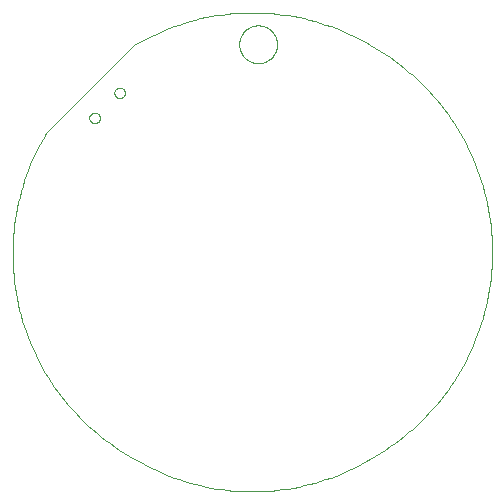
<source format=gko>
G75*
%MOIN*%
%OFA0B0*%
%FSLAX25Y25*%
%IPPOS*%
%LPD*%
%AMOC8*
5,1,8,0,0,1.08239X$1,22.5*
%
%ADD10C,0.00000*%
%ADD11C,0.00394*%
D10*
X0029601Y0125683D02*
X0029603Y0125767D01*
X0029609Y0125850D01*
X0029619Y0125933D01*
X0029633Y0126016D01*
X0029650Y0126098D01*
X0029672Y0126179D01*
X0029697Y0126258D01*
X0029726Y0126337D01*
X0029759Y0126414D01*
X0029795Y0126489D01*
X0029835Y0126563D01*
X0029878Y0126635D01*
X0029925Y0126704D01*
X0029975Y0126771D01*
X0030028Y0126836D01*
X0030084Y0126898D01*
X0030142Y0126958D01*
X0030204Y0127015D01*
X0030268Y0127068D01*
X0030335Y0127119D01*
X0030404Y0127166D01*
X0030475Y0127211D01*
X0030548Y0127251D01*
X0030623Y0127288D01*
X0030700Y0127322D01*
X0030778Y0127352D01*
X0030857Y0127378D01*
X0030938Y0127401D01*
X0031020Y0127419D01*
X0031102Y0127434D01*
X0031185Y0127445D01*
X0031268Y0127452D01*
X0031352Y0127455D01*
X0031436Y0127454D01*
X0031519Y0127449D01*
X0031603Y0127440D01*
X0031685Y0127427D01*
X0031767Y0127411D01*
X0031848Y0127390D01*
X0031929Y0127366D01*
X0032007Y0127338D01*
X0032085Y0127306D01*
X0032161Y0127270D01*
X0032235Y0127231D01*
X0032307Y0127189D01*
X0032377Y0127143D01*
X0032445Y0127094D01*
X0032510Y0127042D01*
X0032573Y0126987D01*
X0032633Y0126929D01*
X0032691Y0126868D01*
X0032745Y0126804D01*
X0032797Y0126738D01*
X0032845Y0126670D01*
X0032890Y0126599D01*
X0032931Y0126526D01*
X0032970Y0126452D01*
X0033004Y0126376D01*
X0033035Y0126298D01*
X0033062Y0126219D01*
X0033086Y0126138D01*
X0033105Y0126057D01*
X0033121Y0125975D01*
X0033133Y0125892D01*
X0033141Y0125808D01*
X0033145Y0125725D01*
X0033145Y0125641D01*
X0033141Y0125558D01*
X0033133Y0125474D01*
X0033121Y0125391D01*
X0033105Y0125309D01*
X0033086Y0125228D01*
X0033062Y0125147D01*
X0033035Y0125068D01*
X0033004Y0124990D01*
X0032970Y0124914D01*
X0032931Y0124840D01*
X0032890Y0124767D01*
X0032845Y0124696D01*
X0032797Y0124628D01*
X0032745Y0124562D01*
X0032691Y0124498D01*
X0032633Y0124437D01*
X0032573Y0124379D01*
X0032510Y0124324D01*
X0032445Y0124272D01*
X0032377Y0124223D01*
X0032307Y0124177D01*
X0032235Y0124135D01*
X0032161Y0124096D01*
X0032085Y0124060D01*
X0032007Y0124028D01*
X0031929Y0124000D01*
X0031848Y0123976D01*
X0031767Y0123955D01*
X0031685Y0123939D01*
X0031603Y0123926D01*
X0031519Y0123917D01*
X0031436Y0123912D01*
X0031352Y0123911D01*
X0031268Y0123914D01*
X0031185Y0123921D01*
X0031102Y0123932D01*
X0031020Y0123947D01*
X0030938Y0123965D01*
X0030857Y0123988D01*
X0030778Y0124014D01*
X0030700Y0124044D01*
X0030623Y0124078D01*
X0030548Y0124115D01*
X0030475Y0124155D01*
X0030404Y0124200D01*
X0030335Y0124247D01*
X0030268Y0124298D01*
X0030204Y0124351D01*
X0030142Y0124408D01*
X0030084Y0124468D01*
X0030028Y0124530D01*
X0029975Y0124595D01*
X0029925Y0124662D01*
X0029878Y0124731D01*
X0029835Y0124803D01*
X0029795Y0124877D01*
X0029759Y0124952D01*
X0029726Y0125029D01*
X0029697Y0125108D01*
X0029672Y0125187D01*
X0029650Y0125268D01*
X0029633Y0125350D01*
X0029619Y0125433D01*
X0029609Y0125516D01*
X0029603Y0125599D01*
X0029601Y0125683D01*
X0037953Y0134034D02*
X0037955Y0134118D01*
X0037961Y0134201D01*
X0037971Y0134284D01*
X0037985Y0134367D01*
X0038002Y0134449D01*
X0038024Y0134530D01*
X0038049Y0134609D01*
X0038078Y0134688D01*
X0038111Y0134765D01*
X0038147Y0134840D01*
X0038187Y0134914D01*
X0038230Y0134986D01*
X0038277Y0135055D01*
X0038327Y0135122D01*
X0038380Y0135187D01*
X0038436Y0135249D01*
X0038494Y0135309D01*
X0038556Y0135366D01*
X0038620Y0135419D01*
X0038687Y0135470D01*
X0038756Y0135517D01*
X0038827Y0135562D01*
X0038900Y0135602D01*
X0038975Y0135639D01*
X0039052Y0135673D01*
X0039130Y0135703D01*
X0039209Y0135729D01*
X0039290Y0135752D01*
X0039372Y0135770D01*
X0039454Y0135785D01*
X0039537Y0135796D01*
X0039620Y0135803D01*
X0039704Y0135806D01*
X0039788Y0135805D01*
X0039871Y0135800D01*
X0039955Y0135791D01*
X0040037Y0135778D01*
X0040119Y0135762D01*
X0040200Y0135741D01*
X0040281Y0135717D01*
X0040359Y0135689D01*
X0040437Y0135657D01*
X0040513Y0135621D01*
X0040587Y0135582D01*
X0040659Y0135540D01*
X0040729Y0135494D01*
X0040797Y0135445D01*
X0040862Y0135393D01*
X0040925Y0135338D01*
X0040985Y0135280D01*
X0041043Y0135219D01*
X0041097Y0135155D01*
X0041149Y0135089D01*
X0041197Y0135021D01*
X0041242Y0134950D01*
X0041283Y0134877D01*
X0041322Y0134803D01*
X0041356Y0134727D01*
X0041387Y0134649D01*
X0041414Y0134570D01*
X0041438Y0134489D01*
X0041457Y0134408D01*
X0041473Y0134326D01*
X0041485Y0134243D01*
X0041493Y0134159D01*
X0041497Y0134076D01*
X0041497Y0133992D01*
X0041493Y0133909D01*
X0041485Y0133825D01*
X0041473Y0133742D01*
X0041457Y0133660D01*
X0041438Y0133579D01*
X0041414Y0133498D01*
X0041387Y0133419D01*
X0041356Y0133341D01*
X0041322Y0133265D01*
X0041283Y0133191D01*
X0041242Y0133118D01*
X0041197Y0133047D01*
X0041149Y0132979D01*
X0041097Y0132913D01*
X0041043Y0132849D01*
X0040985Y0132788D01*
X0040925Y0132730D01*
X0040862Y0132675D01*
X0040797Y0132623D01*
X0040729Y0132574D01*
X0040659Y0132528D01*
X0040587Y0132486D01*
X0040513Y0132447D01*
X0040437Y0132411D01*
X0040359Y0132379D01*
X0040281Y0132351D01*
X0040200Y0132327D01*
X0040119Y0132306D01*
X0040037Y0132290D01*
X0039955Y0132277D01*
X0039871Y0132268D01*
X0039788Y0132263D01*
X0039704Y0132262D01*
X0039620Y0132265D01*
X0039537Y0132272D01*
X0039454Y0132283D01*
X0039372Y0132298D01*
X0039290Y0132316D01*
X0039209Y0132339D01*
X0039130Y0132365D01*
X0039052Y0132395D01*
X0038975Y0132429D01*
X0038900Y0132466D01*
X0038827Y0132506D01*
X0038756Y0132551D01*
X0038687Y0132598D01*
X0038620Y0132649D01*
X0038556Y0132702D01*
X0038494Y0132759D01*
X0038436Y0132819D01*
X0038380Y0132881D01*
X0038327Y0132946D01*
X0038277Y0133013D01*
X0038230Y0133082D01*
X0038187Y0133154D01*
X0038147Y0133228D01*
X0038111Y0133303D01*
X0038078Y0133380D01*
X0038049Y0133459D01*
X0038024Y0133538D01*
X0038002Y0133619D01*
X0037985Y0133701D01*
X0037971Y0133784D01*
X0037961Y0133867D01*
X0037955Y0133950D01*
X0037953Y0134034D01*
X0079592Y0150239D02*
X0079594Y0150397D01*
X0079600Y0150555D01*
X0079610Y0150713D01*
X0079624Y0150871D01*
X0079642Y0151028D01*
X0079663Y0151185D01*
X0079689Y0151341D01*
X0079719Y0151497D01*
X0079752Y0151652D01*
X0079790Y0151805D01*
X0079831Y0151958D01*
X0079876Y0152110D01*
X0079925Y0152261D01*
X0079978Y0152410D01*
X0080034Y0152558D01*
X0080094Y0152704D01*
X0080158Y0152849D01*
X0080226Y0152992D01*
X0080297Y0153134D01*
X0080371Y0153274D01*
X0080449Y0153411D01*
X0080531Y0153547D01*
X0080615Y0153681D01*
X0080704Y0153812D01*
X0080795Y0153941D01*
X0080890Y0154068D01*
X0080987Y0154193D01*
X0081088Y0154315D01*
X0081192Y0154434D01*
X0081299Y0154551D01*
X0081409Y0154665D01*
X0081522Y0154776D01*
X0081637Y0154885D01*
X0081755Y0154990D01*
X0081876Y0155092D01*
X0081999Y0155192D01*
X0082125Y0155288D01*
X0082253Y0155381D01*
X0082383Y0155471D01*
X0082516Y0155557D01*
X0082651Y0155641D01*
X0082787Y0155720D01*
X0082926Y0155797D01*
X0083067Y0155869D01*
X0083209Y0155939D01*
X0083353Y0156004D01*
X0083499Y0156066D01*
X0083646Y0156124D01*
X0083795Y0156179D01*
X0083945Y0156230D01*
X0084096Y0156277D01*
X0084248Y0156320D01*
X0084401Y0156359D01*
X0084556Y0156395D01*
X0084711Y0156426D01*
X0084867Y0156454D01*
X0085023Y0156478D01*
X0085180Y0156498D01*
X0085338Y0156514D01*
X0085495Y0156526D01*
X0085654Y0156534D01*
X0085812Y0156538D01*
X0085970Y0156538D01*
X0086128Y0156534D01*
X0086287Y0156526D01*
X0086444Y0156514D01*
X0086602Y0156498D01*
X0086759Y0156478D01*
X0086915Y0156454D01*
X0087071Y0156426D01*
X0087226Y0156395D01*
X0087381Y0156359D01*
X0087534Y0156320D01*
X0087686Y0156277D01*
X0087837Y0156230D01*
X0087987Y0156179D01*
X0088136Y0156124D01*
X0088283Y0156066D01*
X0088429Y0156004D01*
X0088573Y0155939D01*
X0088715Y0155869D01*
X0088856Y0155797D01*
X0088995Y0155720D01*
X0089131Y0155641D01*
X0089266Y0155557D01*
X0089399Y0155471D01*
X0089529Y0155381D01*
X0089657Y0155288D01*
X0089783Y0155192D01*
X0089906Y0155092D01*
X0090027Y0154990D01*
X0090145Y0154885D01*
X0090260Y0154776D01*
X0090373Y0154665D01*
X0090483Y0154551D01*
X0090590Y0154434D01*
X0090694Y0154315D01*
X0090795Y0154193D01*
X0090892Y0154068D01*
X0090987Y0153941D01*
X0091078Y0153812D01*
X0091167Y0153681D01*
X0091251Y0153547D01*
X0091333Y0153411D01*
X0091411Y0153274D01*
X0091485Y0153134D01*
X0091556Y0152992D01*
X0091624Y0152849D01*
X0091688Y0152704D01*
X0091748Y0152558D01*
X0091804Y0152410D01*
X0091857Y0152261D01*
X0091906Y0152110D01*
X0091951Y0151958D01*
X0091992Y0151805D01*
X0092030Y0151652D01*
X0092063Y0151497D01*
X0092093Y0151341D01*
X0092119Y0151185D01*
X0092140Y0151028D01*
X0092158Y0150871D01*
X0092172Y0150713D01*
X0092182Y0150555D01*
X0092188Y0150397D01*
X0092190Y0150239D01*
X0092188Y0150081D01*
X0092182Y0149923D01*
X0092172Y0149765D01*
X0092158Y0149607D01*
X0092140Y0149450D01*
X0092119Y0149293D01*
X0092093Y0149137D01*
X0092063Y0148981D01*
X0092030Y0148826D01*
X0091992Y0148673D01*
X0091951Y0148520D01*
X0091906Y0148368D01*
X0091857Y0148217D01*
X0091804Y0148068D01*
X0091748Y0147920D01*
X0091688Y0147774D01*
X0091624Y0147629D01*
X0091556Y0147486D01*
X0091485Y0147344D01*
X0091411Y0147204D01*
X0091333Y0147067D01*
X0091251Y0146931D01*
X0091167Y0146797D01*
X0091078Y0146666D01*
X0090987Y0146537D01*
X0090892Y0146410D01*
X0090795Y0146285D01*
X0090694Y0146163D01*
X0090590Y0146044D01*
X0090483Y0145927D01*
X0090373Y0145813D01*
X0090260Y0145702D01*
X0090145Y0145593D01*
X0090027Y0145488D01*
X0089906Y0145386D01*
X0089783Y0145286D01*
X0089657Y0145190D01*
X0089529Y0145097D01*
X0089399Y0145007D01*
X0089266Y0144921D01*
X0089131Y0144837D01*
X0088995Y0144758D01*
X0088856Y0144681D01*
X0088715Y0144609D01*
X0088573Y0144539D01*
X0088429Y0144474D01*
X0088283Y0144412D01*
X0088136Y0144354D01*
X0087987Y0144299D01*
X0087837Y0144248D01*
X0087686Y0144201D01*
X0087534Y0144158D01*
X0087381Y0144119D01*
X0087226Y0144083D01*
X0087071Y0144052D01*
X0086915Y0144024D01*
X0086759Y0144000D01*
X0086602Y0143980D01*
X0086444Y0143964D01*
X0086287Y0143952D01*
X0086128Y0143944D01*
X0085970Y0143940D01*
X0085812Y0143940D01*
X0085654Y0143944D01*
X0085495Y0143952D01*
X0085338Y0143964D01*
X0085180Y0143980D01*
X0085023Y0144000D01*
X0084867Y0144024D01*
X0084711Y0144052D01*
X0084556Y0144083D01*
X0084401Y0144119D01*
X0084248Y0144158D01*
X0084096Y0144201D01*
X0083945Y0144248D01*
X0083795Y0144299D01*
X0083646Y0144354D01*
X0083499Y0144412D01*
X0083353Y0144474D01*
X0083209Y0144539D01*
X0083067Y0144609D01*
X0082926Y0144681D01*
X0082787Y0144758D01*
X0082651Y0144837D01*
X0082516Y0144921D01*
X0082383Y0145007D01*
X0082253Y0145097D01*
X0082125Y0145190D01*
X0081999Y0145286D01*
X0081876Y0145386D01*
X0081755Y0145488D01*
X0081637Y0145593D01*
X0081522Y0145702D01*
X0081409Y0145813D01*
X0081299Y0145927D01*
X0081192Y0146044D01*
X0081088Y0146163D01*
X0080987Y0146285D01*
X0080890Y0146410D01*
X0080795Y0146537D01*
X0080704Y0146666D01*
X0080615Y0146797D01*
X0080531Y0146931D01*
X0080449Y0147067D01*
X0080371Y0147204D01*
X0080297Y0147344D01*
X0080226Y0147486D01*
X0080158Y0147629D01*
X0080094Y0147774D01*
X0080034Y0147920D01*
X0079978Y0148068D01*
X0079925Y0148217D01*
X0079876Y0148368D01*
X0079831Y0148520D01*
X0079790Y0148673D01*
X0079752Y0148826D01*
X0079719Y0148981D01*
X0079689Y0149137D01*
X0079663Y0149293D01*
X0079642Y0149450D01*
X0079624Y0149607D01*
X0079610Y0149765D01*
X0079600Y0149923D01*
X0079594Y0150081D01*
X0079592Y0150239D01*
D11*
X0015013Y0120382D02*
X0014063Y0118740D01*
X0013153Y0117074D01*
X0012284Y0115388D01*
X0011456Y0113680D01*
X0010670Y0111953D01*
X0009926Y0110207D01*
X0009225Y0108444D01*
X0008567Y0106664D01*
X0007952Y0104868D01*
X0007381Y0103058D01*
X0006855Y0101235D01*
X0006373Y0099400D01*
X0005936Y0097553D01*
X0005543Y0095697D01*
X0005197Y0093831D01*
X0004895Y0091957D01*
X0004639Y0090077D01*
X0004429Y0088191D01*
X0004266Y0086300D01*
X0004148Y0084406D01*
X0004076Y0082510D01*
X0004050Y0080612D01*
X0004071Y0078715D01*
X0004137Y0076818D01*
X0004250Y0074924D01*
X0004409Y0073033D01*
X0004614Y0071146D01*
X0004864Y0069265D01*
X0005160Y0067391D01*
X0005502Y0065524D01*
X0005889Y0063667D01*
X0006322Y0061819D01*
X0006799Y0059982D01*
X0007320Y0058157D01*
X0007886Y0056346D01*
X0008496Y0054549D01*
X0009149Y0052767D01*
X0009845Y0051002D01*
X0010584Y0049254D01*
X0011366Y0047525D01*
X0012189Y0045815D01*
X0013053Y0044126D01*
X0013959Y0042458D01*
X0014905Y0040813D01*
X0015890Y0039191D01*
X0016915Y0037594D01*
X0017978Y0036022D01*
X0019079Y0034476D01*
X0020217Y0032958D01*
X0021392Y0031468D01*
X0022603Y0030007D01*
X0023849Y0028575D01*
X0025130Y0027175D01*
X0026444Y0025806D01*
X0027791Y0024469D01*
X0029170Y0023166D01*
X0030581Y0021896D01*
X0032022Y0020662D01*
X0033492Y0019462D01*
X0034992Y0018299D01*
X0036519Y0017173D01*
X0038073Y0016084D01*
X0039653Y0015033D01*
X0041259Y0014021D01*
X0042888Y0013048D01*
X0044541Y0012115D01*
X0044540Y0012115D02*
X0046127Y0011188D01*
X0047736Y0010298D01*
X0049365Y0009448D01*
X0051015Y0008637D01*
X0052683Y0007866D01*
X0054370Y0007135D01*
X0056074Y0006446D01*
X0057793Y0005797D01*
X0059528Y0005190D01*
X0061277Y0004624D01*
X0063040Y0004101D01*
X0064814Y0003621D01*
X0066599Y0003183D01*
X0068394Y0002788D01*
X0070198Y0002437D01*
X0072011Y0002129D01*
X0073830Y0001865D01*
X0075654Y0001644D01*
X0077484Y0001468D01*
X0079317Y0001335D01*
X0081153Y0001247D01*
X0082991Y0001203D01*
X0084829Y0001203D01*
X0086667Y0001247D01*
X0088503Y0001335D01*
X0090336Y0001468D01*
X0092166Y0001644D01*
X0093990Y0001865D01*
X0095809Y0002129D01*
X0097622Y0002437D01*
X0099426Y0002788D01*
X0101221Y0003183D01*
X0103006Y0003621D01*
X0104780Y0004101D01*
X0106543Y0004624D01*
X0108292Y0005190D01*
X0110027Y0005797D01*
X0111746Y0006446D01*
X0113450Y0007135D01*
X0115137Y0007866D01*
X0116805Y0008637D01*
X0118455Y0009448D01*
X0120084Y0010298D01*
X0121693Y0011188D01*
X0123280Y0012115D01*
X0123279Y0012116D02*
X0124954Y0013071D01*
X0126605Y0014067D01*
X0128231Y0015103D01*
X0129831Y0016178D01*
X0131404Y0017293D01*
X0132949Y0018445D01*
X0134466Y0019635D01*
X0135954Y0020862D01*
X0137410Y0022125D01*
X0138836Y0023423D01*
X0140229Y0024755D01*
X0141589Y0026122D01*
X0142916Y0027521D01*
X0144208Y0028952D01*
X0145464Y0030414D01*
X0146684Y0031907D01*
X0147867Y0033429D01*
X0149013Y0034980D01*
X0150120Y0036558D01*
X0151189Y0038163D01*
X0152218Y0039793D01*
X0153206Y0041448D01*
X0154154Y0043127D01*
X0155061Y0044829D01*
X0155925Y0046552D01*
X0156747Y0048296D01*
X0157527Y0050059D01*
X0158262Y0051841D01*
X0158954Y0053641D01*
X0159602Y0055456D01*
X0160205Y0057288D01*
X0160763Y0059133D01*
X0161276Y0060991D01*
X0161743Y0062862D01*
X0162165Y0064743D01*
X0162540Y0066634D01*
X0162868Y0068534D01*
X0163150Y0070441D01*
X0163386Y0072355D01*
X0163574Y0074273D01*
X0163716Y0076196D01*
X0163810Y0078122D01*
X0163857Y0080049D01*
X0163857Y0081977D01*
X0163810Y0083904D01*
X0163716Y0085830D01*
X0163574Y0087753D01*
X0163386Y0089671D01*
X0163150Y0091585D01*
X0162868Y0093492D01*
X0162540Y0095392D01*
X0162165Y0097283D01*
X0161743Y0099164D01*
X0161276Y0101035D01*
X0160763Y0102893D01*
X0160205Y0104738D01*
X0159602Y0106570D01*
X0158954Y0108385D01*
X0158262Y0110185D01*
X0157527Y0111967D01*
X0156747Y0113730D01*
X0155925Y0115474D01*
X0155061Y0117197D01*
X0154154Y0118899D01*
X0153206Y0120578D01*
X0152218Y0122233D01*
X0151189Y0123863D01*
X0150120Y0125468D01*
X0149013Y0127046D01*
X0147867Y0128597D01*
X0146684Y0130119D01*
X0145464Y0131612D01*
X0144208Y0133074D01*
X0142916Y0134505D01*
X0141589Y0135904D01*
X0140229Y0137271D01*
X0138836Y0138603D01*
X0137410Y0139901D01*
X0135954Y0141164D01*
X0134466Y0142391D01*
X0132949Y0143581D01*
X0131404Y0144733D01*
X0129831Y0145848D01*
X0128231Y0146923D01*
X0126605Y0147959D01*
X0124954Y0148955D01*
X0123279Y0149910D01*
X0123280Y0149911D02*
X0121693Y0150838D01*
X0120084Y0151728D01*
X0118455Y0152578D01*
X0116805Y0153389D01*
X0115137Y0154160D01*
X0113450Y0154891D01*
X0111746Y0155580D01*
X0110027Y0156229D01*
X0108292Y0156836D01*
X0106543Y0157402D01*
X0104780Y0157925D01*
X0103006Y0158405D01*
X0101221Y0158843D01*
X0099426Y0159238D01*
X0097622Y0159589D01*
X0095809Y0159897D01*
X0093990Y0160161D01*
X0092166Y0160382D01*
X0090336Y0160558D01*
X0088503Y0160691D01*
X0086667Y0160779D01*
X0084829Y0160823D01*
X0082991Y0160823D01*
X0081153Y0160779D01*
X0079317Y0160691D01*
X0077484Y0160558D01*
X0075654Y0160382D01*
X0073830Y0160161D01*
X0072011Y0159897D01*
X0070198Y0159589D01*
X0068394Y0159238D01*
X0066599Y0158843D01*
X0064814Y0158405D01*
X0063040Y0157925D01*
X0061277Y0157402D01*
X0059528Y0156836D01*
X0057793Y0156229D01*
X0056074Y0155580D01*
X0054370Y0154891D01*
X0052683Y0154160D01*
X0051015Y0153389D01*
X0049365Y0152578D01*
X0047736Y0151728D01*
X0046127Y0150838D01*
X0044540Y0149911D01*
X0044540Y0149910D02*
X0015012Y0120383D01*
M02*

</source>
